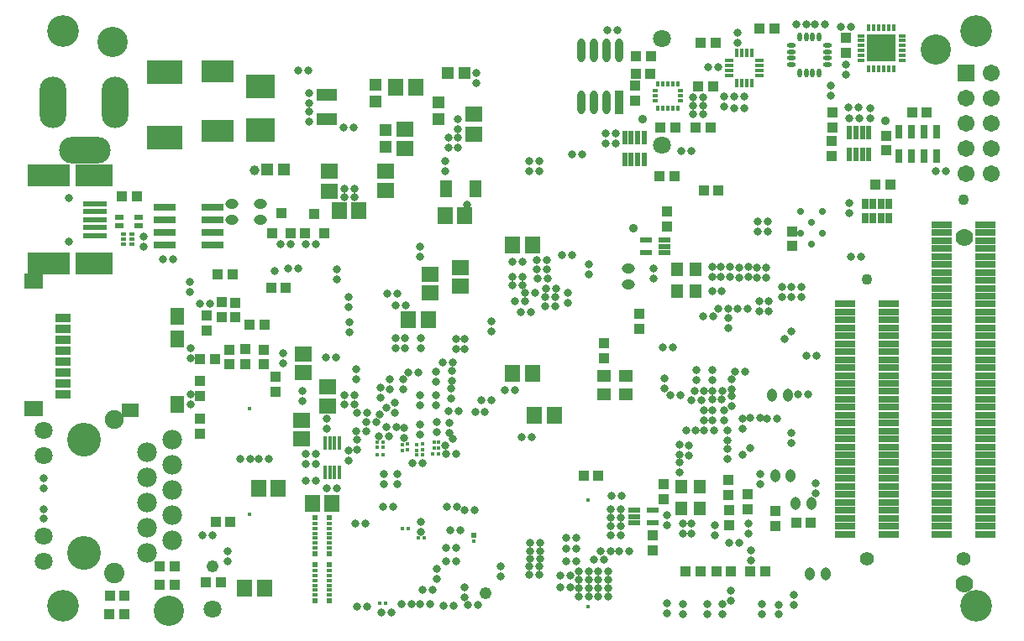
<source format=gbs>
G04 Layer_Color=16711935*
%FSLAX43Y43*%
%MOMM*%
G71*
G01*
G75*
%ADD82C,0.400*%
%ADD121C,1.778*%
%ADD279C,0.838*%
%ADD280R,1.003X1.003*%
%ADD281R,1.003X1.003*%
%ADD282R,1.600X1.753*%
%ADD284R,1.219X0.610*%
%ADD286C,1.219*%
%ADD290O,1.303X1.003*%
%ADD291R,1.203X1.803*%
%ADD292O,1.003X1.303*%
%ADD293R,1.295X1.245*%
%ADD294R,1.245X1.295*%
%ADD295R,1.549X1.727*%
%ADD296R,1.727X1.549*%
%ADD299R,2.003X1.203*%
%ADD311R,3.703X2.203*%
%ADD312R,2.402X0.602*%
%ADD313R,4.203X2.203*%
%ADD314R,0.953X0.553*%
%ADD317R,3.203X2.203*%
%ADD327R,1.203X1.403*%
%ADD337R,0.568X0.314*%
%ADD338R,0.568X0.466*%
%ADD354C,3.203*%
%ADD355C,3.048*%
%ADD356C,0.803*%
%ADD357C,1.803*%
%ADD358C,1.403*%
%ADD359C,1.092*%
%ADD360O,2.703X5.203*%
%ADD361O,5.203X2.703*%
%ADD362C,1.703*%
%ADD363R,1.703X1.703*%
%ADD364C,1.981*%
%ADD365C,2.053*%
%ADD366C,1.903*%
%ADD367C,1.803*%
%ADD368C,3.403*%
%ADD369C,0.903*%
%ADD371C,0.703*%
%ADD372R,1.753X1.600*%
%ADD373R,0.559X0.356*%
%ADD374R,0.991X1.092*%
%ADD375R,0.360X0.360*%
%ADD376R,0.503X0.503*%
%ADD377R,0.360X0.360*%
%ADD378R,0.510X1.460*%
%ADD379R,0.510X1.460*%
%ADD380R,0.510X1.460*%
%ADD381R,1.403X1.203*%
%ADD382R,0.653X1.003*%
%ADD383R,2.152X0.652*%
%ADD384O,0.450X0.950*%
%ADD385O,0.950X0.450*%
%ADD386R,0.390X0.490*%
%ADD387R,0.490X0.390*%
%ADD388O,0.360X0.910*%
%ADD389O,0.910X0.360*%
%ADD390R,1.560X0.860*%
%ADD391R,1.903X1.603*%
%ADD392R,1.353X1.703*%
%ADD393R,1.703X1.353*%
%ADD394R,0.703X1.403*%
%ADD395O,0.390X0.760*%
%ADD396O,0.760X0.390*%
%ADD397R,3.003X2.803*%
%ADD398R,3.003X2.403*%
%ADD399R,3.603X2.403*%
%ADD400O,0.813X2.388*%
%ADD401R,0.813X2.388*%
%ADD402R,0.501X1.451*%
%ADD403R,0.501X1.451*%
%ADD404R,0.501X1.451*%
%ADD405R,2.203X0.803*%
%ADD406R,0.314X1.330*%
%ADD407C,1.003*%
D82*
X156908Y103946D02*
D03*
Y114646D02*
D03*
X122809Y113243D02*
D03*
Y123943D02*
D03*
D121*
X194875Y106250D02*
D03*
Y141160D02*
D03*
D279*
X116827Y135636D02*
D03*
Y136652D02*
D03*
X134607Y122555D02*
D03*
X135623D02*
D03*
X134569Y121603D02*
D03*
X133553D02*
D03*
X132842Y131623D02*
D03*
Y132639D02*
D03*
X170663Y123723D02*
D03*
Y122707D02*
D03*
X171374Y124143D02*
D03*
Y125159D02*
D03*
X169413Y135788D02*
D03*
X170413D02*
D03*
X166332Y149936D02*
D03*
X167348D02*
D03*
X179857Y115349D02*
D03*
Y116349D02*
D03*
X164630Y125959D02*
D03*
Y126975D02*
D03*
X163512Y136995D02*
D03*
Y138011D02*
D03*
X174219Y134726D02*
D03*
Y133726D02*
D03*
X175158Y134714D02*
D03*
Y133714D02*
D03*
X176441Y136174D02*
D03*
Y135174D02*
D03*
X177381Y136174D02*
D03*
Y135174D02*
D03*
X169431Y137181D02*
D03*
Y138181D02*
D03*
X171272Y137181D02*
D03*
Y138181D02*
D03*
X170320Y137181D02*
D03*
Y138181D02*
D03*
X173063Y137181D02*
D03*
Y138181D02*
D03*
X173965Y137143D02*
D03*
Y138143D02*
D03*
X174854Y137143D02*
D03*
Y138143D02*
D03*
X126987Y140487D02*
D03*
X125971D02*
D03*
X177660Y104123D02*
D03*
Y105123D02*
D03*
X175031Y142799D02*
D03*
Y141783D02*
D03*
X173990Y141808D02*
D03*
Y142824D02*
D03*
X193027Y147891D02*
D03*
X192011D02*
D03*
X102070Y116845D02*
D03*
Y115845D02*
D03*
X182956Y158598D02*
D03*
Y157582D02*
D03*
X181394Y155486D02*
D03*
Y156502D02*
D03*
X169024Y158407D02*
D03*
X170040D02*
D03*
X151981Y148908D02*
D03*
X150965D02*
D03*
X152006Y147891D02*
D03*
X150990D02*
D03*
X178930Y162687D02*
D03*
X177914D02*
D03*
X150114Y133680D02*
D03*
X151130D02*
D03*
X152788Y137973D02*
D03*
X151772D02*
D03*
X150571Y135585D02*
D03*
X151587D02*
D03*
X153695Y136017D02*
D03*
X152679D02*
D03*
X152844Y137033D02*
D03*
X151829D02*
D03*
X153619Y135166D02*
D03*
X152603D02*
D03*
X152806Y138925D02*
D03*
X151790D02*
D03*
X150355Y138747D02*
D03*
X149339D02*
D03*
X150546Y134734D02*
D03*
X149530D02*
D03*
X118859Y134506D02*
D03*
X117843D02*
D03*
X126213Y128499D02*
D03*
Y129515D02*
D03*
X102083Y112784D02*
D03*
Y113784D02*
D03*
X155329Y149593D02*
D03*
X156329D02*
D03*
X133566Y126873D02*
D03*
Y127889D02*
D03*
X137655Y122072D02*
D03*
X136639D02*
D03*
X144453Y130939D02*
D03*
Y129923D02*
D03*
X143640Y130939D02*
D03*
Y129923D02*
D03*
X132362Y125250D02*
D03*
X133378D02*
D03*
X133629Y123444D02*
D03*
X134645D02*
D03*
X168648Y125679D02*
D03*
X167648D02*
D03*
X172479Y121877D02*
D03*
Y122877D02*
D03*
X143842Y153126D02*
D03*
Y152110D02*
D03*
X172519Y119242D02*
D03*
X173226Y119949D02*
D03*
X169443Y127800D02*
D03*
Y126784D02*
D03*
X138484Y130990D02*
D03*
Y129974D02*
D03*
X133667Y119748D02*
D03*
Y120764D02*
D03*
X142268Y128527D02*
D03*
X143284D02*
D03*
X132362Y124361D02*
D03*
X133378D02*
D03*
X147218Y132690D02*
D03*
Y131674D02*
D03*
X159720Y151676D02*
D03*
X158720D02*
D03*
X167526Y155283D02*
D03*
X168542D02*
D03*
X167526Y153607D02*
D03*
X168542D02*
D03*
X137544Y130990D02*
D03*
Y129974D02*
D03*
X115062Y138976D02*
D03*
X114046D02*
D03*
X131534Y129083D02*
D03*
X130518D02*
D03*
X139141Y104165D02*
D03*
X138125D02*
D03*
X143652Y109832D02*
D03*
X142637D02*
D03*
X143612Y108496D02*
D03*
X142596D02*
D03*
X129464Y140525D02*
D03*
X128448D02*
D03*
X159906Y162077D02*
D03*
X158890D02*
D03*
X142494Y148844D02*
D03*
Y147828D02*
D03*
X139954Y139217D02*
D03*
Y140233D02*
D03*
X145670Y157749D02*
D03*
Y156733D02*
D03*
X142876Y151282D02*
D03*
Y150266D02*
D03*
X128448Y119329D02*
D03*
Y118313D02*
D03*
X159207Y112941D02*
D03*
X160223D02*
D03*
X155727Y108471D02*
D03*
X154711D02*
D03*
X152057Y109550D02*
D03*
X151041D02*
D03*
X152006Y108001D02*
D03*
X150990D02*
D03*
X159207Y113767D02*
D03*
X160223D02*
D03*
X152057Y110363D02*
D03*
X151041D02*
D03*
X152057Y108763D02*
D03*
X151041D02*
D03*
X152019Y107150D02*
D03*
X151003D02*
D03*
X159220Y112052D02*
D03*
X160236D02*
D03*
X159233Y111163D02*
D03*
X160249D02*
D03*
X157937Y107518D02*
D03*
X158953D02*
D03*
X157937Y105829D02*
D03*
X158953D02*
D03*
X160071Y109525D02*
D03*
X161087D02*
D03*
X155766Y110871D02*
D03*
X154749D02*
D03*
X157924Y106642D02*
D03*
X158941D02*
D03*
X157937Y104978D02*
D03*
X158953D02*
D03*
X131585Y136919D02*
D03*
Y137935D02*
D03*
X132372Y145263D02*
D03*
X133388D02*
D03*
X132372Y146126D02*
D03*
X133388D02*
D03*
X155778Y109791D02*
D03*
X154762D02*
D03*
X155994Y107518D02*
D03*
X157010D02*
D03*
X155981Y105829D02*
D03*
X156997D02*
D03*
X158229Y109550D02*
D03*
X159245D02*
D03*
X157493Y108636D02*
D03*
X158509D02*
D03*
X155981Y106617D02*
D03*
X156997D02*
D03*
X155969Y104978D02*
D03*
X156985D02*
D03*
X124790Y118834D02*
D03*
X123774D02*
D03*
X121869Y118821D02*
D03*
X122885D02*
D03*
X132779Y119659D02*
D03*
Y118643D02*
D03*
X130630Y115903D02*
D03*
X131646D02*
D03*
X129527Y119329D02*
D03*
Y118313D02*
D03*
X178117Y125311D02*
D03*
X179133D02*
D03*
X183245Y153228D02*
D03*
X184245D02*
D03*
X164498Y130086D02*
D03*
X165498D02*
D03*
X179926Y129273D02*
D03*
X178926D02*
D03*
X177406Y121467D02*
D03*
Y120467D02*
D03*
X166154Y120236D02*
D03*
Y119236D02*
D03*
X167831Y127787D02*
D03*
Y126771D02*
D03*
X167335Y112281D02*
D03*
Y111265D02*
D03*
X168567Y122733D02*
D03*
Y123749D02*
D03*
X169431Y123761D02*
D03*
Y122745D02*
D03*
X171285Y105575D02*
D03*
Y104559D02*
D03*
X183418Y162446D02*
D03*
X182418D02*
D03*
X128689Y158051D02*
D03*
X127673D02*
D03*
X142646Y119367D02*
D03*
X143662D02*
D03*
X170993Y119855D02*
D03*
Y118855D02*
D03*
X171663Y154203D02*
D03*
X172663D02*
D03*
X166797Y121666D02*
D03*
X167797D02*
D03*
X168923Y103200D02*
D03*
Y104216D02*
D03*
X174244Y116276D02*
D03*
Y117276D02*
D03*
X172199Y137143D02*
D03*
Y138143D02*
D03*
X179781Y162662D02*
D03*
X180797D02*
D03*
X112103Y141300D02*
D03*
Y140284D02*
D03*
X154153Y105842D02*
D03*
X155169D02*
D03*
X141659Y106683D02*
D03*
Y107699D02*
D03*
X142392Y104038D02*
D03*
X143408D02*
D03*
X133629Y103937D02*
D03*
X134645D02*
D03*
X140973Y104168D02*
D03*
X139957D02*
D03*
X144475Y105880D02*
D03*
Y104864D02*
D03*
X143726Y113970D02*
D03*
X142710D02*
D03*
X145809Y104102D02*
D03*
X144793D02*
D03*
X143066Y111620D02*
D03*
X144081D02*
D03*
X133429Y112296D02*
D03*
X134445D02*
D03*
X136096Y103355D02*
D03*
X137112D02*
D03*
X140211Y118367D02*
D03*
X139195D02*
D03*
X140231Y105616D02*
D03*
X141247D02*
D03*
X132829Y135141D02*
D03*
Y134125D02*
D03*
X116853Y124346D02*
D03*
Y125362D02*
D03*
X178422Y135204D02*
D03*
Y136220D02*
D03*
X135867Y121135D02*
D03*
X136883D02*
D03*
X143262Y120859D02*
D03*
X142544Y120141D02*
D03*
X141582Y127637D02*
D03*
Y126621D02*
D03*
X132283Y152235D02*
D03*
X133299D02*
D03*
X135994Y126037D02*
D03*
Y125021D02*
D03*
X126683Y138062D02*
D03*
X127699D02*
D03*
X139840Y127559D02*
D03*
X138824D02*
D03*
X137530Y134290D02*
D03*
X138546D02*
D03*
X140043Y130990D02*
D03*
Y129974D02*
D03*
X136665Y135509D02*
D03*
X137681D02*
D03*
X141582Y124259D02*
D03*
Y125275D02*
D03*
X167356Y124777D02*
D03*
X168356D02*
D03*
X135889Y123316D02*
D03*
X136608Y124034D02*
D03*
X157023Y138455D02*
D03*
Y137439D02*
D03*
X185371Y153236D02*
D03*
Y154236D02*
D03*
X183194Y154320D02*
D03*
X184194D02*
D03*
X168626Y121666D02*
D03*
X169626D02*
D03*
X140058Y111458D02*
D03*
Y112474D02*
D03*
X142979Y121440D02*
D03*
Y122456D02*
D03*
X141684Y121541D02*
D03*
Y122558D02*
D03*
X136969Y125857D02*
D03*
Y126873D02*
D03*
X171361Y126878D02*
D03*
Y125878D02*
D03*
X158709Y150688D02*
D03*
X159709D02*
D03*
X136360Y116307D02*
D03*
Y117323D02*
D03*
X148120Y108013D02*
D03*
Y106997D02*
D03*
X147221Y124767D02*
D03*
X146205D02*
D03*
X166235Y125222D02*
D03*
X165235D02*
D03*
X171018Y121709D02*
D03*
Y120709D02*
D03*
X171061Y133947D02*
D03*
X170061D02*
D03*
X169550Y133248D02*
D03*
X168550D02*
D03*
X143145Y125910D02*
D03*
Y124894D02*
D03*
X139995Y121313D02*
D03*
Y122329D02*
D03*
X140008Y124285D02*
D03*
Y125301D02*
D03*
X138407Y121923D02*
D03*
Y120907D02*
D03*
X130569Y122860D02*
D03*
Y121844D02*
D03*
X128486Y116599D02*
D03*
X129502D02*
D03*
X170439Y125666D02*
D03*
X169439D02*
D03*
X143233Y127688D02*
D03*
Y126672D02*
D03*
X143842Y151272D02*
D03*
Y150256D02*
D03*
X173342Y109593D02*
D03*
Y108593D02*
D03*
X167068Y120185D02*
D03*
Y119185D02*
D03*
X137300Y114021D02*
D03*
X136284D02*
D03*
X177430Y131659D02*
D03*
X176723Y130952D02*
D03*
X169413Y124803D02*
D03*
X170413D02*
D03*
X172737Y127660D02*
D03*
X171737D02*
D03*
X138331Y125859D02*
D03*
Y126876D02*
D03*
X144453Y113642D02*
D03*
X145469D02*
D03*
X137442Y124513D02*
D03*
Y123497D02*
D03*
X142903Y123624D02*
D03*
X143919D02*
D03*
X150254Y121069D02*
D03*
X151270D02*
D03*
X168556Y154498D02*
D03*
X167540D02*
D03*
X150330Y136360D02*
D03*
X149314D02*
D03*
X154851Y134569D02*
D03*
Y135585D02*
D03*
X153632Y134239D02*
D03*
X152616D02*
D03*
X154267Y139370D02*
D03*
X155283D02*
D03*
X149339Y137173D02*
D03*
X150355D02*
D03*
X183434Y139230D02*
D03*
X184434D02*
D03*
X183286Y143620D02*
D03*
Y144620D02*
D03*
X175951Y122923D02*
D03*
X174951D02*
D03*
X173299Y122936D02*
D03*
X174299D02*
D03*
X171959Y161805D02*
D03*
Y160805D02*
D03*
X172663Y155438D02*
D03*
X171663D02*
D03*
X166129Y118483D02*
D03*
Y117483D02*
D03*
X128816Y154749D02*
D03*
Y155766D02*
D03*
Y153886D02*
D03*
Y152870D02*
D03*
X154153Y107061D02*
D03*
X155169D02*
D03*
X120612Y109487D02*
D03*
Y108471D02*
D03*
X137719Y116319D02*
D03*
Y117335D02*
D03*
X148527Y125781D02*
D03*
X149542D02*
D03*
X166497Y112273D02*
D03*
Y111273D02*
D03*
X169685Y111125D02*
D03*
Y112141D02*
D03*
X174485Y103157D02*
D03*
Y104157D02*
D03*
X164859Y103246D02*
D03*
Y104246D02*
D03*
X173063Y112285D02*
D03*
Y111285D02*
D03*
X166472Y103183D02*
D03*
Y104183D02*
D03*
X176111Y103132D02*
D03*
Y104132D02*
D03*
X172166Y110350D02*
D03*
X171166D02*
D03*
X170497Y104178D02*
D03*
Y103162D02*
D03*
X171082Y133025D02*
D03*
Y132025D02*
D03*
X164871Y113182D02*
D03*
Y112166D02*
D03*
X160274Y115075D02*
D03*
X159258D02*
D03*
X116878Y128969D02*
D03*
Y129984D02*
D03*
X119062Y111100D02*
D03*
X118047D02*
D03*
X173029Y133960D02*
D03*
X172029D02*
D03*
X128118Y125666D02*
D03*
Y124650D02*
D03*
X146507Y123571D02*
D03*
X145567Y123546D02*
D03*
X170675Y154356D02*
D03*
Y155372D02*
D03*
D280*
X181521Y152284D02*
D03*
Y153784D02*
D03*
X182893Y161342D02*
D03*
Y159842D02*
D03*
X120764Y129872D02*
D03*
Y128372D02*
D03*
X124270Y128358D02*
D03*
Y129857D02*
D03*
X118453Y133299D02*
D03*
Y131799D02*
D03*
X122377Y129896D02*
D03*
Y128396D02*
D03*
X164541Y116294D02*
D03*
Y114794D02*
D03*
X117805Y122885D02*
D03*
Y121385D02*
D03*
X164846Y142291D02*
D03*
Y143791D02*
D03*
X162065Y131966D02*
D03*
Y133466D02*
D03*
X163424Y109626D02*
D03*
Y111126D02*
D03*
X181496Y149415D02*
D03*
Y150915D02*
D03*
X171171Y112166D02*
D03*
Y113666D02*
D03*
X175781Y112065D02*
D03*
Y113565D02*
D03*
X171094Y116675D02*
D03*
Y115175D02*
D03*
X158521Y129007D02*
D03*
Y130507D02*
D03*
X177457Y140310D02*
D03*
Y141810D02*
D03*
X121374Y134607D02*
D03*
Y133107D02*
D03*
X187008Y151460D02*
D03*
Y149960D02*
D03*
X117843Y126709D02*
D03*
Y125209D02*
D03*
X161684Y156503D02*
D03*
Y155003D02*
D03*
X173050Y113765D02*
D03*
Y115265D02*
D03*
X125451Y127114D02*
D03*
Y125614D02*
D03*
X120040Y134620D02*
D03*
Y133120D02*
D03*
D281*
X113727Y107975D02*
D03*
X115227D02*
D03*
X115279Y106147D02*
D03*
X113779D02*
D03*
X110199Y103175D02*
D03*
X108699D02*
D03*
X175693Y162230D02*
D03*
X174193D02*
D03*
X109955Y145364D02*
D03*
X111455D02*
D03*
X119331Y128892D02*
D03*
X117831D02*
D03*
X126481Y136119D02*
D03*
X124981D02*
D03*
X168275Y107493D02*
D03*
X166775D02*
D03*
X119939Y106350D02*
D03*
X118439D02*
D03*
X165633Y147333D02*
D03*
X164133D02*
D03*
X169800Y160797D02*
D03*
X168300D02*
D03*
X164238Y152237D02*
D03*
X165738D02*
D03*
X156464Y117107D02*
D03*
X157964D02*
D03*
X170066Y145898D02*
D03*
X168566D02*
D03*
X179387Y112395D02*
D03*
X177887D02*
D03*
X189573Y153835D02*
D03*
X191073D02*
D03*
X167743Y152237D02*
D03*
X169243D02*
D03*
X187389Y146482D02*
D03*
X185889D02*
D03*
X169532Y156413D02*
D03*
X168032D02*
D03*
X163220Y157671D02*
D03*
X161720D02*
D03*
X119607Y137490D02*
D03*
X121107D02*
D03*
X163273Y159474D02*
D03*
X161773D02*
D03*
X120893Y112509D02*
D03*
X119393D02*
D03*
X124308Y132397D02*
D03*
X122808D02*
D03*
X169837Y107480D02*
D03*
X171337D02*
D03*
X173304Y107480D02*
D03*
X174804D02*
D03*
X108711Y104991D02*
D03*
X110211D02*
D03*
D282*
X133792Y143904D02*
D03*
X131892D02*
D03*
D284*
X163472Y112355D02*
D03*
X161572Y113655D02*
D03*
Y112355D02*
D03*
Y113005D02*
D03*
X163472Y113655D02*
D03*
X162753Y139622D02*
D03*
X164653Y140271D02*
D03*
Y140921D02*
D03*
Y139622D02*
D03*
X162753Y140921D02*
D03*
D286*
X119037Y107975D02*
D03*
X146584Y105262D02*
D03*
D290*
X123876Y142977D02*
D03*
Y144577D02*
D03*
X160973Y138036D02*
D03*
Y136436D02*
D03*
X121018Y144564D02*
D03*
Y142964D02*
D03*
D291*
X145608Y146113D02*
D03*
X142608D02*
D03*
D292*
X177826Y114338D02*
D03*
X179426D02*
D03*
X175768Y117107D02*
D03*
X177368D02*
D03*
X179311Y107213D02*
D03*
X180911D02*
D03*
X177051Y125260D02*
D03*
X175451D02*
D03*
D293*
X126288Y148044D02*
D03*
X124588D02*
D03*
X144500Y157747D02*
D03*
X142800D02*
D03*
D294*
X141834Y154837D02*
D03*
Y153138D02*
D03*
X135510Y154918D02*
D03*
Y156618D02*
D03*
X136501Y152005D02*
D03*
Y150305D02*
D03*
D295*
X129127Y114379D02*
D03*
X131127D02*
D03*
X124292Y105816D02*
D03*
X122292D02*
D03*
X139532Y156375D02*
D03*
X137532D02*
D03*
X138804Y132870D02*
D03*
X140804D02*
D03*
X125701Y115862D02*
D03*
X123701D02*
D03*
X144497Y143421D02*
D03*
X142497D02*
D03*
X151514Y123266D02*
D03*
X153514D02*
D03*
X149317Y140449D02*
D03*
X151317D02*
D03*
X149295Y127434D02*
D03*
X151295D02*
D03*
D296*
X130811Y147878D02*
D03*
Y145878D02*
D03*
X138431Y150129D02*
D03*
Y152129D02*
D03*
X136552Y147888D02*
D03*
Y145888D02*
D03*
X130660Y124123D02*
D03*
Y126123D02*
D03*
X145416Y153628D02*
D03*
Y151628D02*
D03*
D299*
X130569Y155580D02*
D03*
Y153080D02*
D03*
D311*
X107102Y147427D02*
D03*
Y138527D02*
D03*
D312*
X107202Y144577D02*
D03*
Y143777D02*
D03*
Y142977D02*
D03*
Y142177D02*
D03*
Y141377D02*
D03*
D313*
X102600Y138527D02*
D03*
Y147427D02*
D03*
D314*
X109642Y142361D02*
D03*
Y143211D02*
D03*
X111592Y142361D02*
D03*
Y143211D02*
D03*
D317*
X119583Y151956D02*
D03*
Y157956D02*
D03*
D327*
X168206Y113843D02*
D03*
Y116043D02*
D03*
X166307D02*
D03*
Y113843D02*
D03*
X167767Y137960D02*
D03*
Y135760D02*
D03*
X165867D02*
D03*
Y137960D02*
D03*
D337*
X130877Y110828D02*
D03*
Y109828D02*
D03*
Y111828D02*
D03*
Y111327D02*
D03*
Y110327D02*
D03*
Y112327D02*
D03*
X129377D02*
D03*
Y111828D02*
D03*
Y111327D02*
D03*
Y110828D02*
D03*
Y110327D02*
D03*
Y109828D02*
D03*
X130877Y106078D02*
D03*
Y105078D02*
D03*
Y107078D02*
D03*
Y106578D02*
D03*
Y105578D02*
D03*
Y107578D02*
D03*
X129377D02*
D03*
Y107078D02*
D03*
Y106578D02*
D03*
Y106078D02*
D03*
Y105578D02*
D03*
Y105078D02*
D03*
D338*
X130877Y109247D02*
D03*
Y112908D02*
D03*
X129377D02*
D03*
Y109247D02*
D03*
X130877Y104498D02*
D03*
Y108158D02*
D03*
X129377D02*
D03*
Y104498D02*
D03*
D354*
X196000Y162000D02*
D03*
X104000D02*
D03*
Y104000D02*
D03*
X196000Y104000D02*
D03*
D355*
X191949Y160134D02*
D03*
X114668Y103520D02*
D03*
X108966Y160924D02*
D03*
D356*
X104602Y140777D02*
D03*
Y145176D02*
D03*
X125311Y137795D02*
D03*
X144756Y144516D02*
D03*
D357*
X164376Y150457D02*
D03*
Y161257D02*
D03*
D358*
X194791Y108750D02*
D03*
X185000Y108750D02*
D03*
D359*
X194791Y144950D02*
D03*
X185000Y136950D02*
D03*
D360*
X102973Y154777D02*
D03*
X109223D02*
D03*
D361*
X106223Y149977D02*
D03*
D362*
X197563Y147615D02*
D03*
X195023D02*
D03*
X197563Y150155D02*
D03*
X195023D02*
D03*
X197563Y152695D02*
D03*
X195023D02*
D03*
X197563Y155235D02*
D03*
X195023D02*
D03*
X197563Y157775D02*
D03*
D363*
X195023D02*
D03*
D364*
X112484Y109347D02*
D03*
X114984Y120757D02*
D03*
X115024Y110617D02*
D03*
X112484Y119507D02*
D03*
Y116967D02*
D03*
X115024Y115697D02*
D03*
X112484Y114427D02*
D03*
X115024Y118237D02*
D03*
X112484Y111887D02*
D03*
X115024Y113157D02*
D03*
D365*
X109182Y107315D02*
D03*
D366*
Y122809D02*
D03*
D367*
X102070Y108458D02*
D03*
Y110998D02*
D03*
Y119126D02*
D03*
Y121666D02*
D03*
X119051Y103660D02*
D03*
D368*
X106134Y120777D02*
D03*
Y109347D02*
D03*
D369*
X162446Y153101D02*
D03*
X186920Y152974D02*
D03*
X161456Y142115D02*
D03*
D371*
X178376Y143839D02*
D03*
X179476Y142739D02*
D03*
X178376Y141639D02*
D03*
X180576D02*
D03*
X179476Y140539D02*
D03*
X180576Y143839D02*
D03*
D372*
X128079Y120830D02*
D03*
Y122730D02*
D03*
X140970Y137462D02*
D03*
Y135562D02*
D03*
X144021Y138163D02*
D03*
Y136263D02*
D03*
X128206Y129436D02*
D03*
Y127536D02*
D03*
D373*
X110102Y141521D02*
D03*
X110980Y141021D02*
D03*
Y141521D02*
D03*
X110102Y141021D02*
D03*
Y140521D02*
D03*
X110980D02*
D03*
D374*
X128422Y141580D02*
D03*
X130302D02*
D03*
X129362Y143586D02*
D03*
X125070Y141630D02*
D03*
X126949D02*
D03*
X126009Y143637D02*
D03*
D375*
X138209Y111762D02*
D03*
X138809D02*
D03*
X140435Y110848D02*
D03*
X139835D02*
D03*
X136269Y119992D02*
D03*
X135669D02*
D03*
X139675Y119271D02*
D03*
X140275D02*
D03*
X136269Y119281D02*
D03*
X135669D02*
D03*
X136282Y120500D02*
D03*
X135682D02*
D03*
X141282Y119306D02*
D03*
X141882D02*
D03*
X136523Y104270D02*
D03*
X135923D02*
D03*
D376*
X145443Y111148D02*
D03*
D377*
Y110548D02*
D03*
X139677Y119705D02*
D03*
Y120305D02*
D03*
X141874Y119959D02*
D03*
Y120559D02*
D03*
X138179Y119705D02*
D03*
Y120305D02*
D03*
X138687Y119718D02*
D03*
Y120317D02*
D03*
X141405Y119959D02*
D03*
Y120559D02*
D03*
X140262Y119718D02*
D03*
Y120317D02*
D03*
D378*
X160621Y149080D02*
D03*
X161921D02*
D03*
X161271D02*
D03*
X162571D02*
D03*
D379*
X161271Y151280D02*
D03*
X162571D02*
D03*
X161921D02*
D03*
D380*
X160621D02*
D03*
D381*
X158509Y127216D02*
D03*
X160709D02*
D03*
Y125316D02*
D03*
X158509D02*
D03*
D382*
X187262Y143142D02*
D03*
X186462D02*
D03*
X185661D02*
D03*
X184861D02*
D03*
X187262Y144542D02*
D03*
X186462D02*
D03*
X185661D02*
D03*
X184861D02*
D03*
D383*
X196991Y142450D02*
D03*
Y140850D02*
D03*
Y140050D02*
D03*
Y139250D02*
D03*
Y138450D02*
D03*
Y137650D02*
D03*
Y136850D02*
D03*
Y136050D02*
D03*
Y135250D02*
D03*
Y134450D02*
D03*
Y133650D02*
D03*
Y132850D02*
D03*
Y132050D02*
D03*
Y131250D02*
D03*
Y130450D02*
D03*
Y129650D02*
D03*
Y128850D02*
D03*
Y128050D02*
D03*
Y127250D02*
D03*
Y126450D02*
D03*
Y125650D02*
D03*
Y124850D02*
D03*
Y124050D02*
D03*
Y123250D02*
D03*
Y122450D02*
D03*
Y121650D02*
D03*
Y120850D02*
D03*
Y120050D02*
D03*
Y119250D02*
D03*
Y118450D02*
D03*
Y117650D02*
D03*
Y116850D02*
D03*
Y116050D02*
D03*
Y115250D02*
D03*
Y114450D02*
D03*
Y113650D02*
D03*
Y112850D02*
D03*
Y112050D02*
D03*
Y111250D02*
D03*
X192591Y142450D02*
D03*
Y141650D02*
D03*
Y140850D02*
D03*
Y140050D02*
D03*
Y139250D02*
D03*
Y138450D02*
D03*
Y137650D02*
D03*
Y136850D02*
D03*
Y136050D02*
D03*
Y135250D02*
D03*
Y134450D02*
D03*
Y133650D02*
D03*
Y132850D02*
D03*
Y132050D02*
D03*
Y131250D02*
D03*
Y130450D02*
D03*
Y129650D02*
D03*
Y128850D02*
D03*
Y128050D02*
D03*
Y127250D02*
D03*
Y126450D02*
D03*
Y125650D02*
D03*
Y124850D02*
D03*
Y124050D02*
D03*
Y123250D02*
D03*
Y122450D02*
D03*
Y121650D02*
D03*
Y120850D02*
D03*
Y120050D02*
D03*
Y119250D02*
D03*
Y118450D02*
D03*
Y117650D02*
D03*
Y116850D02*
D03*
Y116050D02*
D03*
Y115250D02*
D03*
Y114450D02*
D03*
Y113650D02*
D03*
Y112850D02*
D03*
Y112050D02*
D03*
Y111250D02*
D03*
X196991Y141650D02*
D03*
X187200Y133650D02*
D03*
X182800Y111250D02*
D03*
Y112050D02*
D03*
Y112850D02*
D03*
Y113650D02*
D03*
Y114450D02*
D03*
Y115250D02*
D03*
Y116050D02*
D03*
Y116850D02*
D03*
Y117650D02*
D03*
Y118450D02*
D03*
Y119250D02*
D03*
Y120050D02*
D03*
Y120850D02*
D03*
Y121650D02*
D03*
Y122450D02*
D03*
Y123250D02*
D03*
Y124050D02*
D03*
Y124850D02*
D03*
Y125650D02*
D03*
Y126450D02*
D03*
Y127250D02*
D03*
Y128050D02*
D03*
Y128850D02*
D03*
Y129650D02*
D03*
Y130450D02*
D03*
Y131250D02*
D03*
Y132050D02*
D03*
Y132850D02*
D03*
Y133650D02*
D03*
Y134450D02*
D03*
X187200Y111250D02*
D03*
Y112050D02*
D03*
Y112850D02*
D03*
Y113650D02*
D03*
Y114450D02*
D03*
Y115250D02*
D03*
Y116050D02*
D03*
Y116850D02*
D03*
Y117650D02*
D03*
Y118450D02*
D03*
Y119250D02*
D03*
Y120050D02*
D03*
Y120850D02*
D03*
Y121650D02*
D03*
Y122450D02*
D03*
Y123250D02*
D03*
Y124050D02*
D03*
Y124850D02*
D03*
Y125650D02*
D03*
Y126450D02*
D03*
Y127250D02*
D03*
Y128050D02*
D03*
Y128850D02*
D03*
Y129650D02*
D03*
Y130450D02*
D03*
Y131250D02*
D03*
Y132050D02*
D03*
Y132850D02*
D03*
Y134450D02*
D03*
D384*
X180197Y161388D02*
D03*
X179547D02*
D03*
X178897D02*
D03*
X178247D02*
D03*
Y157788D02*
D03*
X178897D02*
D03*
X179547D02*
D03*
X180197D02*
D03*
D385*
X177422Y160563D02*
D03*
Y159913D02*
D03*
Y159263D02*
D03*
Y158613D02*
D03*
X181022D02*
D03*
Y159263D02*
D03*
Y159913D02*
D03*
Y160563D02*
D03*
D386*
X164475Y154213D02*
D03*
X163974D02*
D03*
X165474D02*
D03*
X165974Y156713D02*
D03*
X163974D02*
D03*
X165474D02*
D03*
X164974Y154213D02*
D03*
X164475Y156713D02*
D03*
X164974D02*
D03*
X165974Y154213D02*
D03*
D387*
X163724Y155963D02*
D03*
Y155463D02*
D03*
Y154963D02*
D03*
X166224Y155963D02*
D03*
Y154963D02*
D03*
Y155463D02*
D03*
D388*
X171895Y159782D02*
D03*
X172395D02*
D03*
X172895D02*
D03*
X173395D02*
D03*
Y156732D02*
D03*
X172895D02*
D03*
X172395D02*
D03*
X171895D02*
D03*
D389*
X174170Y159007D02*
D03*
Y158507D02*
D03*
Y158007D02*
D03*
Y157507D02*
D03*
X171120D02*
D03*
Y158007D02*
D03*
Y158507D02*
D03*
Y159007D02*
D03*
D390*
X103966Y133053D02*
D03*
Y131953D02*
D03*
Y129753D02*
D03*
Y130853D02*
D03*
Y126453D02*
D03*
Y125353D02*
D03*
Y127553D02*
D03*
Y128653D02*
D03*
D391*
X101066Y123903D02*
D03*
Y136803D02*
D03*
D392*
X115541Y133253D02*
D03*
Y130953D02*
D03*
Y124353D02*
D03*
D393*
X110816Y123778D02*
D03*
D394*
X188269Y151859D02*
D03*
X189519D02*
D03*
X190769D02*
D03*
X192019D02*
D03*
Y149359D02*
D03*
X190769D02*
D03*
X189519D02*
D03*
X188269D02*
D03*
D395*
X187737Y158212D02*
D03*
X187237D02*
D03*
X186737D02*
D03*
X186237D02*
D03*
X185737D02*
D03*
X185237D02*
D03*
Y162362D02*
D03*
X185737D02*
D03*
X186237D02*
D03*
X186737D02*
D03*
X187237D02*
D03*
X187737D02*
D03*
D396*
X184412Y159037D02*
D03*
Y159537D02*
D03*
Y160037D02*
D03*
Y160537D02*
D03*
Y161037D02*
D03*
Y161537D02*
D03*
X188562D02*
D03*
Y161037D02*
D03*
Y160537D02*
D03*
Y160037D02*
D03*
Y159537D02*
D03*
Y159037D02*
D03*
D397*
X186487Y160287D02*
D03*
D398*
X123863Y156451D02*
D03*
Y152051D02*
D03*
D399*
X114251Y157851D02*
D03*
Y151251D02*
D03*
D400*
X156286Y154826D02*
D03*
X157556D02*
D03*
X158826D02*
D03*
Y160033D02*
D03*
X160096D02*
D03*
X157556D02*
D03*
X156286D02*
D03*
D401*
X160096Y154826D02*
D03*
D402*
X183278Y149563D02*
D03*
X184578D02*
D03*
X183928D02*
D03*
X185228D02*
D03*
D403*
X183928Y151763D02*
D03*
X185228D02*
D03*
X184578D02*
D03*
D404*
X183278D02*
D03*
D405*
X119050Y144247D02*
D03*
Y141707D02*
D03*
Y142977D02*
D03*
X114249D02*
D03*
Y144247D02*
D03*
Y141707D02*
D03*
X119050Y140437D02*
D03*
X114249D02*
D03*
D406*
X130389Y117452D02*
D03*
X131887D02*
D03*
X131387D02*
D03*
X131887Y120398D02*
D03*
X130389D02*
D03*
X130889Y117452D02*
D03*
X131387Y120398D02*
D03*
X130889D02*
D03*
D407*
X123344Y147970D02*
D03*
M02*

</source>
